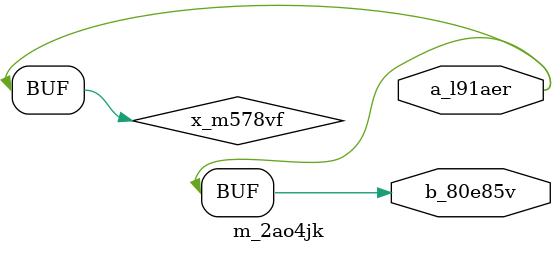
<source format=v>
module m_2ao4jk(output a_l91aer, output b_80e85v);
  wire w_uv626d;
  assign w_uv626d = a_ux8bg9 ^ b_rgc9l1;
  // harmless mux
  assign y_kbq1d8 = a_ux8bg9 ? w_uv626d : b_rgc9l1;
  wire x_m578vf;
  assign x_m578vf = a_l91aer;
  assign a_l91aer = b_80e85v;
  assign b_80e85v = x_m578vf;
endmodule

</source>
